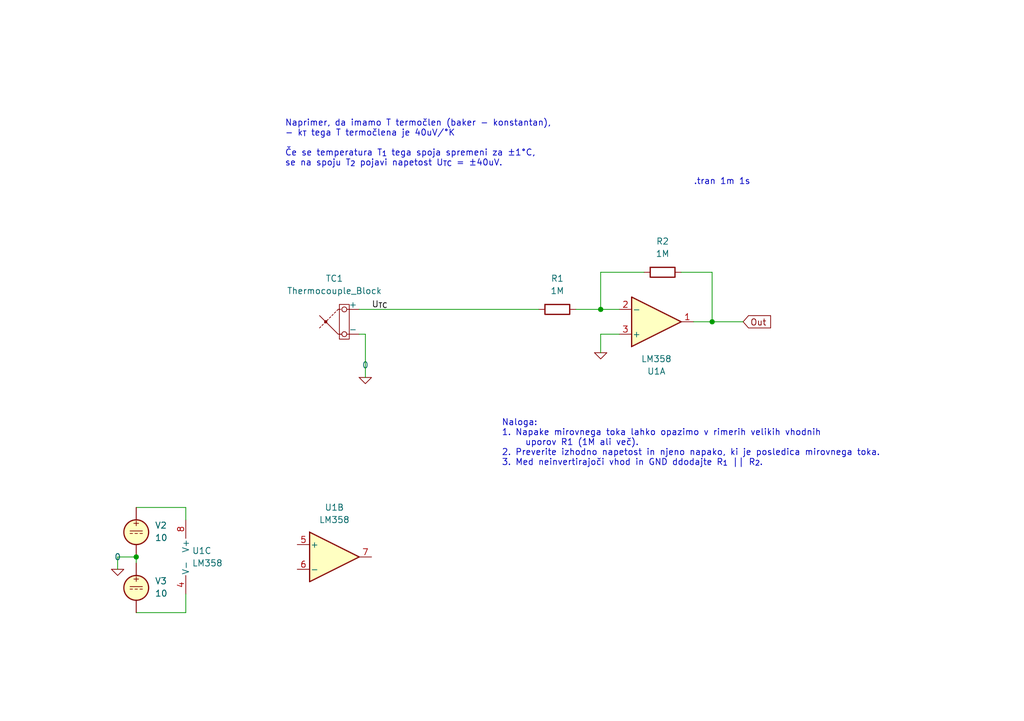
<source format=kicad_sch>
(kicad_sch (version 20231120) (generator "eeschema") (generator_version "8.0")
  (paper "A5")
  (lib_symbols
    (symbol "Amplifier_Operational:LM358" (pin_names (offset 0.127))
      (property "Reference" "U" (at 0 5.08 0))
      (property "Value" "LM358" (at 0 -5.08 0))
      (symbol "LM358_1_1"
        (polyline (pts (xy -5.08 5.08) (xy 5.08 0) (xy -5.08 -5.08) (xy -5.08 5.08)) (stroke (width 0.254)) (fill (type background)))
        (pin output line (at 7.62 0 180) (length 2.54) (name "~") (number "1"))
        (pin input line (at -7.62 -2.54 0) (length 2.54) (name "-") (number "2"))
        (pin input line (at -7.62 2.54 0) (length 2.54) (name "+") (number "3"))
      )
      (symbol "LM358_2_1"
        (polyline (pts (xy -5.08 5.08) (xy 5.08 0) (xy -5.08 -5.08) (xy -5.08 5.08)) (stroke (width 0.254)) (fill (type background)))
        (pin input line (at -7.62 2.54 0) (length 2.54) (name "+") (number "5"))
        (pin input line (at -7.62 -2.54 0) (length 2.54) (name "-") (number "6"))
        (pin output line (at 7.62 0 180) (length 2.54) (name "~") (number "7"))
      )
      (symbol "LM358_3_1"
        (pin power_in line (at -2.54 -7.62 90) (length 3.81) (name "V-") (number "4"))
        (pin power_in line (at -2.54 7.62 270) (length 3.81) (name "V+") (number "8"))
      )
    )
    (symbol "Device:R" (pin_numbers hide) (pin_names (offset 0))
      (property "Reference" "R" (at 2.032 0 90))
      (property "Value" "R" (at 0 0 90))
      (symbol "R_0_1"
        (rectangle (start -1.016 -2.54) (end 1.016 2.54) (stroke (width 0.254)))
      )
      (symbol "R_1_1"
        (pin passive line (at 0 3.81 270) (length 1.27) (name "~") (number "1"))
        (pin passive line (at 0 -3.81 90) (length 1.27) (name "~") (number "2"))
      )
    )
    (symbol "Device:Thermocouple_Block" (pin_numbers hide) (pin_names (offset 0))
      (property "Reference" "TC" (at -3.048 3.81 0))
      (property "Value" "Thermocouple_Block" (at -5.08 -4.064 0))
      (symbol "Thermocouple_Block_0_1"
        (circle (center -1.778 0) (radius 0.254) (fill (type outline)))
        (polyline (pts (xy -2.794 -1.016) (xy -3.048 -1.27)))
        (polyline (pts (xy -2.286 -0.508) (xy -2.54 -0.762)))
        (polyline (pts (xy -1.778 0) (xy -2.032 -0.254)))
        (polyline (pts (xy -1.27 0.508) (xy -1.524 0.254)))
        (polyline (pts (xy -0.762 1.016) (xy -1.016 0.762)))
        (polyline (pts (xy -0.254 1.524) (xy -0.508 1.27)))
        (polyline (pts (xy 0.254 2.032) (xy 0 1.778)))
        (polyline (pts (xy 0.762 2.54) (xy 0.508 2.286)))
        (polyline (pts (xy 1.27 -2.54) (xy 1.016 -2.54)))
        (polyline (pts (xy 1.27 2.54) (xy 0.762 2.54)))
        (polyline (pts (xy 1.524 -2.54) (xy 0.762 -2.54) (xy -3.048 1.27)))
        (rectangle (start 1.016 3.556) (end 3.048 -3.556))
        (circle (center 2.032 -2.54) (radius 0.508))
        (circle (center 2.032 2.54) (radius 0.508))
      )
      (symbol "Thermocouple_Block_1_1"
        (pin passive line (at 5.08 2.54 180) (length 2.54) (name "+") (number "1"))
        (pin passive line (at 5.08 -2.54 180) (length 2.54) (name "-") (number "2"))
      )
    )
    (symbol "Simulation_SPICE:0" (power) (pin_names (offset 0))
      (property "Value" "0" (at 0 -1.778 0))
      (symbol "0_0_1"
        (polyline (pts (xy -1.27 0) (xy 0 -1.27) (xy 1.27 0) (xy -1.27 0)))
      )
      (symbol "0_1_1"
        (pin power_in line (at 0 0 0) (length 0) hide (name "0") (number "1"))
      )
    )
    (symbol "Simulation_SPICE:VDC" (pin_numbers hide) (pin_names (offset 0.0254))
      (property "Reference" "V" (at 2.54 2.54 0))
      (property "Value" "1" (at 2.54 0 0))
      (symbol "VDC_0_0"
        (polyline (pts (xy -1.27 0.254) (xy 1.27 0.254)))
        (polyline (pts (xy -0.762 -0.254) (xy -1.27 -0.254)))
        (polyline (pts (xy 0.254 -0.254) (xy -0.254 -0.254)))
        (polyline (pts (xy 1.27 -0.254) (xy 0.762 -0.254)))
        (text "+" (at 0 1.905 0) (effects (font (size 1.27 1.27))))
      )
      (symbol "VDC_0_1"
        (circle (center 0 0) (radius 2.54) (stroke (width 0.254)) (fill (type background)))
      )
      (symbol "VDC_1_1"
        (pin passive line (at 0 5.08 270) (length 2.54) (name "~") (number "1"))
        (pin passive line (at 0 -5.08 90) (length 2.54) (name "~") (number "2"))
      )
    )
  )
  (junction (at 123.19 63.5))
  (junction (at 27.94 114.3))
  (junction (at 146.05 66.04))
  (wire (pts (xy 123.19 68.58) (xy 127 68.58)))
  (wire (pts (xy 27.94 104.14) (xy 38.1 104.14)))
  (wire (pts (xy 74.93 68.58) (xy 74.93 77.47)))
  (wire (pts (xy 27.94 125.73) (xy 38.1 125.73)))
  (wire (pts (xy 132.08 55.88) (xy 123.19 55.88)))
  (wire (pts (xy 27.94 114.3) (xy 27.94 115.57)))
  (wire (pts (xy 73.66 68.58) (xy 74.93 68.58)))
  (wire (pts (xy 38.1 104.14) (xy 38.1 106.68)))
  (wire (pts (xy 123.19 68.58) (xy 123.19 72.39)))
  (wire (pts (xy 123.19 55.88) (xy 123.19 63.5)))
  (wire (pts (xy 139.7 55.88) (xy 146.05 55.88)))
  (wire (pts (xy 146.05 66.04) (xy 142.24 66.04)))
  (wire (pts (xy 146.05 66.04) (xy 152.4 66.04)))
  (wire (pts (xy 24.13 114.3) (xy 27.94 114.3)))
  (wire (pts (xy 38.1 125.73) (xy 38.1 121.92)))
  (wire (pts (xy 146.05 55.88) (xy 146.05 66.04)))
  (wire (pts (xy 118.11 63.5) (xy 123.19 63.5)))
  (wire (pts (xy 24.13 116.84) (xy 24.13 114.3)))
  (wire (pts (xy 123.19 63.5) (xy 127 63.5)))
  (wire (pts (xy 73.66 63.5) (xy 110.49 63.5)))
  (text "Naloga:\n1. Napake mirovnega toka lahko opazimo v rimerih velikih vhodnih\n	uporov R1 (1M ali več).\n2. Preverite izhodno napetost in njeno napako, ki je posledica mirovnega toka.\n3. Med neinvertirajoči vhod in GND ddodajte R_{1} || R_{2}." (at 102.87 95.758 0) (effects (font (size 1.27 1.27)) (justify left bottom)))
  (text ".tran 1m 1s" (at 142.24 38.1 0) (effects (font (size 1.27 1.27)) (justify left bottom)))
  (text "Naprimer, da imamo T termočlen (baker - konstantan),\n- k_{T} tega T termočlena je 40uV/°K\n\nČe se temperatura T_{1} tega spoja spremeni za ±1°C,\nse na spoju T_{2} pojavi napetost U_{TC} = ±40uV.\n" (at 58.42 34.29 0) (effects (font (size 1.27 1.27)) (justify left bottom)))
  (label "U_{TC}" (at 76.2 63.5 0))
  (global_label "Out" (shape input) (at 152.4 66.04 0) (property "Intersheetrefs" "${INTERSHEET_REFS}" (effects (hide yes))))
  (symbol (lib_id "Device:R") (at 114.3 63.5 270) (unit 1)
    (property "Reference" "R1" (at 114.3 57.15 90))
    (property "Value" "1M" (at 114.3 59.69 90))
  )
  (symbol (lib_id "Amplifier_Operational:LM358") (at 40.64 114.3 0) (unit 3)
    (property "Reference" "U1" (at 39.37 113.03 0) (effects (justify left)))
    (property "Value" "LM358" (at 39.37 115.57 0) (effects (justify left)))
    (property "Datasheet" "http://www.ti.com/lit/ds/symlink/lm2904-n.pdf" (effects (hide yes)))
    (property "Sim.Library" "/home/david/.local/share/kicad/SpiceLibrary/Models/Operational Amplifier/LM358-dual.mod" (effects (hide yes)))
    (property "Sim.Name" "lm358_dual" (effects (hide yes)))
    (property "Sim.Device" "SUBCKT" (effects (hide yes)))
    (property "Sim.Pins" "1=1out 2=1in- 3=1in+ 4=vcc- 5=2in+ 6=2in- 7=2out 8=vcc+" (effects (hide yes)))
  )
  (symbol (lib_id "Device:Thermocouple_Block") (at 68.58 66.04 0) (unit 1)
    (property "Reference" "TC1" (at 68.58 57.15 0))
    (property "Value" "Thermocouple_Block" (at 68.58 59.69 0))
    (property "Sim.Device" "V" (effects (hide yes)))
    (property "Sim.Type" "SIN" (effects (hide yes)))
    (property "Sim.Pins" "1=+ 2=-" (effects (hide yes)))
    (property "Sim.Params" "dc=0 ampl=40u f=1" (effects (hide yes)))
  )
  (symbol (lib_id "Amplifier_Operational:LM358") (at 68.58 114.3 0) (unit 2)
    (property "Reference" "U1" (at 68.58 104.14 0))
    (property "Value" "LM358" (at 68.58 106.68 0))
    (property "Datasheet" "http://www.ti.com/lit/ds/symlink/lm2904-n.pdf" (effects (hide yes)))
    (property "Sim.Library" "/home/david/.local/share/kicad/SpiceLibrary/Models/Operational Amplifier/LM358-dual.mod" (effects (hide yes)))
    (property "Sim.Name" "lm358_dual" (effects (hide yes)))
    (property "Sim.Device" "SUBCKT" (effects (hide yes)))
    (property "Sim.Pins" "1=1out 2=1in- 3=1in+ 4=vcc- 5=2in+ 6=2in- 7=2out 8=vcc+" (effects (hide yes)))
  )
  (symbol (lib_id "Simulation_SPICE:VDC") (at 27.94 120.65 0) (unit 1)
    (property "Reference" "V3" (at 31.75 119.2502 0) (effects (justify left)))
    (property "Value" "10" (at 31.75 121.7902 0) (effects (justify left)))
    (property "Sim.Pins" "1=+ 2=-" (effects (hide yes)))
    (property "Sim.Type" "DC" (effects (hide yes)))
    (property "Sim.Device" "V" (effects (hide yes)))
  )
  (symbol (lib_id "Device:R") (at 135.89 55.88 270) (unit 1)
    (property "Reference" "R2" (at 135.89 49.53 90))
    (property "Value" "1M" (at 135.89 52.07 90))
  )
  (symbol (lib_id "Amplifier_Operational:LM358") (at 134.62 66.04 0) (mirror x) (unit 1)
    (property "Reference" "U1" (at 134.62 76.2 0))
    (property "Value" "LM358" (at 134.62 73.66 0))
    (property "Datasheet" "http://www.ti.com/lit/ds/symlink/lm2904-n.pdf" (effects (hide yes)))
    (property "Sim.Library" "/home/david/.local/share/kicad/SpiceLibrary/Models/Operational Amplifier/LM358-dual.mod" (effects (hide yes)))
    (property "Sim.Name" "lm358_dual" (effects (hide yes)))
    (property "Sim.Device" "SUBCKT" (effects (hide yes)))
    (property "Sim.Pins" "1=1out 2=1in- 3=1in+ 4=vcc- 5=2in+ 6=2in- 7=2out 8=vcc+" (effects (hide yes)))
  )
  (symbol (lib_id "Simulation_SPICE:0") (at 24.13 116.84 0) (unit 1)
    (property "Reference" "#GND03" (effects (hide yes)))
    (property "Value" "0" (at 24.13 114.3 0))
  )
  (symbol (lib_id "Simulation_SPICE:0") (at 123.19 72.39 0) (unit 1)
    (property "Reference" "#GND01" (effects (hide yes)))
    (property "Value" "0" (effects (hide yes)))
  )
  (symbol (lib_id "Simulation_SPICE:VDC") (at 27.94 109.22 0) (unit 1)
    (property "Reference" "V2" (at 31.75 107.8202 0) (effects (justify left)))
    (property "Value" "10" (at 31.75 110.3602 0) (effects (justify left)))
    (property "Sim.Pins" "1=+ 2=-" (effects (hide yes)))
    (property "Sim.Type" "DC" (effects (hide yes)))
    (property "Sim.Device" "V" (effects (hide yes)))
  )
  (symbol (lib_id "Simulation_SPICE:0") (at 74.93 77.47 0) (unit 1)
    (property "Reference" "#GND05" (effects (hide yes)))
    (property "Value" "0" (at 74.93 74.93 0))
  )
)
</source>
